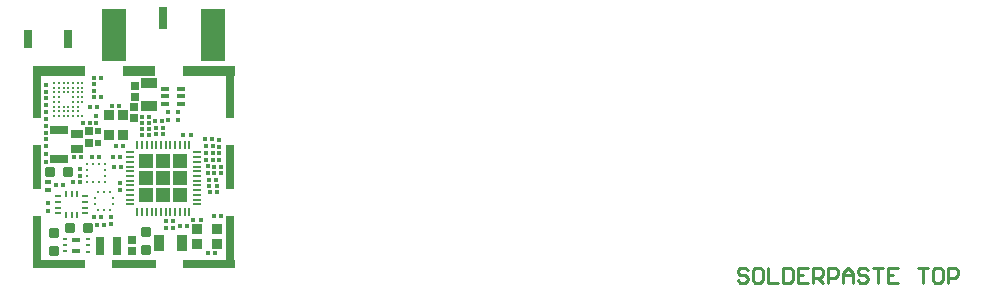
<source format=gtp>
G04*
G04 #@! TF.GenerationSoftware,Altium Limited,Altium Designer,19.0.10 (269)*
G04*
G04 Layer_Color=8421504*
%FSLAX24Y24*%
%MOIN*%
G70*
G01*
G75*
%ADD10R,0.0315X0.0118*%
%ADD11R,0.0197X0.0039*%
%ADD12R,0.0512X0.0512*%
%ADD13C,0.0100*%
%ADD14R,0.0591X0.0295*%
%ADD15R,0.0146X0.0067*%
%ADD16R,0.0146X0.0106*%
%ADD17R,0.0787X0.1772*%
%ADD18R,0.0315X0.0748*%
G04:AMPARAMS|DCode=19|XSize=11.8mil|YSize=11.8mil|CornerRadius=0.3mil|HoleSize=0mil|Usage=FLASHONLY|Rotation=0.000|XOffset=0mil|YOffset=0mil|HoleType=Round|Shape=RoundedRectangle|*
%AMROUNDEDRECTD19*
21,1,0.0118,0.0112,0,0,0.0*
21,1,0.0112,0.0118,0,0,0.0*
1,1,0.0006,0.0056,-0.0056*
1,1,0.0006,-0.0056,-0.0056*
1,1,0.0006,-0.0056,0.0056*
1,1,0.0006,0.0056,0.0056*
%
%ADD19ROUNDEDRECTD19*%
%ADD20R,0.0276X0.0079*%
%ADD21R,0.0079X0.0276*%
G04:AMPARAMS|DCode=22|XSize=39.4mil|YSize=23.6mil|CornerRadius=0.6mil|HoleSize=0mil|Usage=FLASHONLY|Rotation=0.000|XOffset=0mil|YOffset=0mil|HoleType=Round|Shape=RoundedRectangle|*
%AMROUNDEDRECTD22*
21,1,0.0394,0.0224,0,0,0.0*
21,1,0.0382,0.0236,0,0,0.0*
1,1,0.0012,0.0191,-0.0112*
1,1,0.0012,-0.0191,-0.0112*
1,1,0.0012,-0.0191,0.0112*
1,1,0.0012,0.0191,0.0112*
%
%ADD22ROUNDEDRECTD22*%
%ADD23R,0.0118X0.0118*%
%ADD24R,0.0315X0.0630*%
G04:AMPARAMS|DCode=25|XSize=25.2mil|YSize=24mil|CornerRadius=0.6mil|HoleSize=0mil|Usage=FLASHONLY|Rotation=180.000|XOffset=0mil|YOffset=0mil|HoleType=Round|Shape=RoundedRectangle|*
%AMROUNDEDRECTD25*
21,1,0.0252,0.0228,0,0,180.0*
21,1,0.0240,0.0240,0,0,180.0*
1,1,0.0012,-0.0120,0.0114*
1,1,0.0012,0.0120,0.0114*
1,1,0.0012,0.0120,-0.0114*
1,1,0.0012,-0.0120,-0.0114*
%
%ADD25ROUNDEDRECTD25*%
%ADD26R,0.0195X0.0106*%
%ADD27R,0.0106X0.0195*%
%ADD28R,0.0116X0.0106*%
%ADD29R,0.0106X0.0116*%
%ADD30R,0.0236X0.0138*%
G04:AMPARAMS|DCode=31|XSize=35.4mil|YSize=51.2mil|CornerRadius=0.9mil|HoleSize=0mil|Usage=FLASHONLY|Rotation=270.000|XOffset=0mil|YOffset=0mil|HoleType=Round|Shape=RoundedRectangle|*
%AMROUNDEDRECTD31*
21,1,0.0354,0.0494,0,0,270.0*
21,1,0.0337,0.0512,0,0,270.0*
1,1,0.0018,-0.0247,-0.0168*
1,1,0.0018,-0.0247,0.0168*
1,1,0.0018,0.0247,0.0168*
1,1,0.0018,0.0247,-0.0168*
%
%ADD31ROUNDEDRECTD31*%
G04:AMPARAMS|DCode=32|XSize=31.5mil|YSize=31.5mil|CornerRadius=0.8mil|HoleSize=0mil|Usage=FLASHONLY|Rotation=0.000|XOffset=0mil|YOffset=0mil|HoleType=Round|Shape=RoundedRectangle|*
%AMROUNDEDRECTD32*
21,1,0.0315,0.0299,0,0,0.0*
21,1,0.0299,0.0315,0,0,0.0*
1,1,0.0016,0.0150,-0.0150*
1,1,0.0016,-0.0150,-0.0150*
1,1,0.0016,-0.0150,0.0150*
1,1,0.0016,0.0150,0.0150*
%
%ADD32ROUNDEDRECTD32*%
G04:AMPARAMS|DCode=33|XSize=19.7mil|YSize=19.7mil|CornerRadius=0.5mil|HoleSize=0mil|Usage=FLASHONLY|Rotation=90.000|XOffset=0mil|YOffset=0mil|HoleType=Round|Shape=RoundedRectangle|*
%AMROUNDEDRECTD33*
21,1,0.0197,0.0187,0,0,90.0*
21,1,0.0187,0.0197,0,0,90.0*
1,1,0.0010,0.0094,0.0094*
1,1,0.0010,0.0094,-0.0094*
1,1,0.0010,-0.0094,-0.0094*
1,1,0.0010,-0.0094,0.0094*
%
%ADD33ROUNDEDRECTD33*%
G04:AMPARAMS|DCode=34|XSize=11.8mil|YSize=11.8mil|CornerRadius=0.3mil|HoleSize=0mil|Usage=FLASHONLY|Rotation=90.000|XOffset=0mil|YOffset=0mil|HoleType=Round|Shape=RoundedRectangle|*
%AMROUNDEDRECTD34*
21,1,0.0118,0.0112,0,0,90.0*
21,1,0.0112,0.0118,0,0,90.0*
1,1,0.0006,0.0056,0.0056*
1,1,0.0006,0.0056,-0.0056*
1,1,0.0006,-0.0056,-0.0056*
1,1,0.0006,-0.0056,0.0056*
%
%ADD34ROUNDEDRECTD34*%
%ADD35R,0.0315X0.1496*%
%ADD36R,0.1102X0.0354*%
%ADD37R,0.1496X0.0315*%
%ADD38R,0.1772X0.0315*%
%ADD39R,0.0315X0.1772*%
%ADD40R,0.1772X0.0354*%
%ADD41C,0.0118*%
G04:AMPARAMS|DCode=42|XSize=35.4mil|YSize=31.5mil|CornerRadius=0.2mil|HoleSize=0mil|Usage=FLASHONLY|Rotation=0.000|XOffset=0mil|YOffset=0mil|HoleType=Round|Shape=RoundedRectangle|*
%AMROUNDEDRECTD42*
21,1,0.0354,0.0312,0,0,0.0*
21,1,0.0351,0.0315,0,0,0.0*
1,1,0.0003,0.0176,-0.0156*
1,1,0.0003,-0.0176,-0.0156*
1,1,0.0003,-0.0176,0.0156*
1,1,0.0003,0.0176,0.0156*
%
%ADD42ROUNDEDRECTD42*%
G04:AMPARAMS|DCode=43|XSize=35.4mil|YSize=31.5mil|CornerRadius=0.2mil|HoleSize=0mil|Usage=FLASHONLY|Rotation=90.000|XOffset=0mil|YOffset=0mil|HoleType=Round|Shape=RoundedRectangle|*
%AMROUNDEDRECTD43*
21,1,0.0354,0.0312,0,0,90.0*
21,1,0.0351,0.0315,0,0,90.0*
1,1,0.0003,0.0156,0.0176*
1,1,0.0003,0.0156,-0.0176*
1,1,0.0003,-0.0156,-0.0176*
1,1,0.0003,-0.0156,0.0176*
%
%ADD43ROUNDEDRECTD43*%
G04:AMPARAMS|DCode=44|XSize=35.4mil|YSize=51.2mil|CornerRadius=0.9mil|HoleSize=0mil|Usage=FLASHONLY|Rotation=0.000|XOffset=0mil|YOffset=0mil|HoleType=Round|Shape=RoundedRectangle|*
%AMROUNDEDRECTD44*
21,1,0.0354,0.0494,0,0,0.0*
21,1,0.0337,0.0512,0,0,0.0*
1,1,0.0018,0.0168,-0.0247*
1,1,0.0018,-0.0168,-0.0247*
1,1,0.0018,-0.0168,0.0247*
1,1,0.0018,0.0168,0.0247*
%
%ADD44ROUNDEDRECTD44*%
G04:AMPARAMS|DCode=45|XSize=31.5mil|YSize=31.5mil|CornerRadius=0.8mil|HoleSize=0mil|Usage=FLASHONLY|Rotation=90.000|XOffset=0mil|YOffset=0mil|HoleType=Round|Shape=RoundedRectangle|*
%AMROUNDEDRECTD45*
21,1,0.0315,0.0299,0,0,90.0*
21,1,0.0299,0.0315,0,0,90.0*
1,1,0.0016,0.0150,0.0150*
1,1,0.0016,0.0150,-0.0150*
1,1,0.0016,-0.0150,-0.0150*
1,1,0.0016,-0.0150,0.0150*
%
%ADD45ROUNDEDRECTD45*%
D10*
X1850Y768D02*
D03*
Y1122D02*
D03*
X4801Y5915D02*
D03*
Y5659D02*
D03*
Y6171D02*
D03*
X5337Y5659D02*
D03*
Y6171D02*
D03*
Y5915D02*
D03*
D11*
X1850Y689D02*
D03*
Y1201D02*
D03*
D12*
X4754Y3179D02*
D03*
X5325Y2608D02*
D03*
Y3750D02*
D03*
X4183Y3750D02*
D03*
X4183Y2608D02*
D03*
Y3179D02*
D03*
X5325D02*
D03*
X4754Y2608D02*
D03*
Y3750D02*
D03*
D13*
X24231Y121D02*
X24148Y205D01*
X23981D01*
X23898Y121D01*
Y38D01*
X23981Y-45D01*
X24148D01*
X24231Y-129D01*
Y-212D01*
X24148Y-295D01*
X23981D01*
X23898Y-212D01*
X24647Y205D02*
X24481D01*
X24397Y121D01*
Y-212D01*
X24481Y-295D01*
X24647D01*
X24731Y-212D01*
Y121D01*
X24647Y205D01*
X24897D02*
Y-295D01*
X25231D01*
X25397Y205D02*
Y-295D01*
X25647D01*
X25730Y-212D01*
Y121D01*
X25647Y205D01*
X25397D01*
X26230D02*
X25897D01*
Y-295D01*
X26230D01*
X25897Y-45D02*
X26064D01*
X26397Y-295D02*
Y205D01*
X26647D01*
X26730Y121D01*
Y-45D01*
X26647Y-129D01*
X26397D01*
X26563D02*
X26730Y-295D01*
X26897D02*
Y205D01*
X27147D01*
X27230Y121D01*
Y-45D01*
X27147Y-129D01*
X26897D01*
X27397Y-295D02*
Y38D01*
X27563Y205D01*
X27730Y38D01*
Y-295D01*
Y-45D01*
X27397D01*
X28230Y121D02*
X28146Y205D01*
X27980D01*
X27896Y121D01*
Y38D01*
X27980Y-45D01*
X28146D01*
X28230Y-129D01*
Y-212D01*
X28146Y-295D01*
X27980D01*
X27896Y-212D01*
X28396Y205D02*
X28729D01*
X28563D01*
Y-295D01*
X29229Y205D02*
X28896D01*
Y-295D01*
X29229D01*
X28896Y-45D02*
X29063D01*
X29896Y205D02*
X30229D01*
X30062D01*
Y-295D01*
X30645Y205D02*
X30479D01*
X30396Y121D01*
Y-212D01*
X30479Y-295D01*
X30645D01*
X30729Y-212D01*
Y121D01*
X30645Y205D01*
X30895Y-295D02*
Y205D01*
X31145D01*
X31229Y121D01*
Y-45D01*
X31145Y-129D01*
X30895D01*
D14*
X1289Y4793D02*
D03*
Y3829D02*
D03*
D15*
X1467Y1142D02*
D03*
Y945D02*
D03*
Y748D02*
D03*
X2234Y1142D02*
D03*
Y945D02*
D03*
D16*
Y728D02*
D03*
D17*
X3100Y7972D02*
D03*
X6407D02*
D03*
D18*
X4754Y8524D02*
D03*
D19*
X6157Y4478D02*
D03*
X6382D02*
D03*
X2362Y3898D02*
D03*
X2598D02*
D03*
X2677Y1890D02*
D03*
X2441D02*
D03*
X1992Y3878D02*
D03*
X1768D02*
D03*
X1392Y2972D02*
D03*
X1167D02*
D03*
X6230Y679D02*
D03*
X6467D02*
D03*
X5994Y1781D02*
D03*
X5758D02*
D03*
X6516Y3130D02*
D03*
X6280D02*
D03*
X6289Y2923D02*
D03*
X6526D02*
D03*
X6181Y3789D02*
D03*
X6417D02*
D03*
X6673Y3573D02*
D03*
X6437D02*
D03*
X3421Y4264D02*
D03*
X3185D02*
D03*
X3311Y3888D02*
D03*
X3075D02*
D03*
X3102Y3573D02*
D03*
X3339D02*
D03*
X5423Y4626D02*
D03*
X5659D02*
D03*
X4291Y4616D02*
D03*
X4055D02*
D03*
X4480Y5079D02*
D03*
X4717D02*
D03*
X4736Y4870D02*
D03*
X4500D02*
D03*
Y4661D02*
D03*
X4736D02*
D03*
X4281Y4823D02*
D03*
X4045D02*
D03*
X4055Y5030D02*
D03*
X4291D02*
D03*
Y5236D02*
D03*
X4055D02*
D03*
X6663Y1929D02*
D03*
X6427D02*
D03*
X1752Y3051D02*
D03*
X1988D02*
D03*
X3278Y5600D02*
D03*
X3041D02*
D03*
X2303Y5561D02*
D03*
X2539D02*
D03*
X2313Y5020D02*
D03*
X2077D02*
D03*
X2447Y5880D02*
D03*
X2683D02*
D03*
Y6530D02*
D03*
X2447D02*
D03*
X6325Y2717D02*
D03*
X6549D02*
D03*
X6443Y3346D02*
D03*
X6667D02*
D03*
X5315Y1594D02*
D03*
X5551D02*
D03*
X2776Y1614D02*
D03*
X2539D02*
D03*
D20*
X5876Y2313D02*
D03*
Y2628D02*
D03*
Y2943D02*
D03*
Y3258D02*
D03*
Y3573D02*
D03*
Y3888D02*
D03*
Y4045D02*
D03*
Y3730D02*
D03*
Y3415D02*
D03*
Y3100D02*
D03*
Y2785D02*
D03*
Y2470D02*
D03*
X3632Y3888D02*
D03*
Y3573D02*
D03*
Y3258D02*
D03*
Y2943D02*
D03*
Y2628D02*
D03*
Y2313D02*
D03*
Y2470D02*
D03*
Y2785D02*
D03*
Y3100D02*
D03*
Y3415D02*
D03*
Y3730D02*
D03*
Y4045D02*
D03*
D21*
X5463Y4301D02*
D03*
X5148D02*
D03*
X4833D02*
D03*
X4518D02*
D03*
X4203D02*
D03*
X3888D02*
D03*
X4045D02*
D03*
X4360D02*
D03*
X4675D02*
D03*
X4990D02*
D03*
X5305D02*
D03*
X5620D02*
D03*
X4045Y2057D02*
D03*
X4360D02*
D03*
X4675D02*
D03*
X4990D02*
D03*
X5305D02*
D03*
X5620D02*
D03*
X5463D02*
D03*
X5148D02*
D03*
X4833D02*
D03*
X4518D02*
D03*
X4203D02*
D03*
X3888Y2057D02*
D03*
D22*
X1870Y4665D02*
D03*
Y4173D02*
D03*
D23*
X2447Y6323D02*
D03*
Y6087D02*
D03*
D24*
X3199Y935D02*
D03*
X2648D02*
D03*
X246Y7825D02*
D03*
X1585D02*
D03*
D25*
X2283Y4370D02*
D03*
Y4744D02*
D03*
X3799Y5886D02*
D03*
Y6260D02*
D03*
X3789Y5187D02*
D03*
Y5561D02*
D03*
X3701Y1132D02*
D03*
Y758D02*
D03*
D26*
X1235Y2598D02*
D03*
Y2402D02*
D03*
Y2205D02*
D03*
Y2008D02*
D03*
X2151Y2598D02*
D03*
Y2402D02*
D03*
Y2205D02*
D03*
Y2008D02*
D03*
D27*
X1693Y1944D02*
D03*
X1890D02*
D03*
X1496D02*
D03*
X1890Y2662D02*
D03*
X1496D02*
D03*
X1693D02*
D03*
D28*
X2820Y3071D02*
D03*
X2820Y3268D02*
D03*
Y3465D02*
D03*
Y3661D02*
D03*
X2219D02*
D03*
Y3465D02*
D03*
Y3268D02*
D03*
Y3071D02*
D03*
X3076Y2323D02*
D03*
Y2520D02*
D03*
X2475D02*
D03*
Y2323D02*
D03*
D29*
X2618Y3666D02*
D03*
X2421D02*
D03*
Y3066D02*
D03*
X2618D02*
D03*
X2972Y2721D02*
D03*
X2776D02*
D03*
X2579D02*
D03*
Y2121D02*
D03*
X2776D02*
D03*
X2972D02*
D03*
D30*
X906Y3041D02*
D03*
Y2785D02*
D03*
D31*
X4260Y5594D02*
D03*
Y6343D02*
D03*
D32*
X2230Y1532D02*
D03*
X1640D02*
D03*
X1565Y3386D02*
D03*
X974D02*
D03*
D33*
X2589Y4370D02*
D03*
Y4764D02*
D03*
D34*
X2992Y1890D02*
D03*
Y1654D02*
D03*
X925Y2343D02*
D03*
Y2106D02*
D03*
X5059Y1516D02*
D03*
Y1752D02*
D03*
X4852D02*
D03*
Y1516D02*
D03*
X3317Y2776D02*
D03*
Y3012D02*
D03*
X6398Y4272D02*
D03*
Y4035D02*
D03*
X6624Y4459D02*
D03*
Y4222D02*
D03*
X6171Y4035D02*
D03*
Y4272D02*
D03*
X5238Y5140D02*
D03*
Y5376D02*
D03*
X4900D02*
D03*
Y5140D02*
D03*
X1969Y3268D02*
D03*
Y3504D02*
D03*
X837Y4931D02*
D03*
Y4695D02*
D03*
Y5846D02*
D03*
Y5610D02*
D03*
X2520Y5256D02*
D03*
Y5020D02*
D03*
X837Y6299D02*
D03*
Y6063D02*
D03*
Y5394D02*
D03*
Y5157D02*
D03*
X6624Y3780D02*
D03*
Y4016D02*
D03*
X6230Y3583D02*
D03*
Y3346D02*
D03*
X837Y3740D02*
D03*
Y3976D02*
D03*
Y4478D02*
D03*
Y4242D02*
D03*
D35*
X6988Y3563D02*
D03*
X531D02*
D03*
D36*
X3937Y6772D02*
D03*
D37*
X3760Y335D02*
D03*
D38*
X6260D02*
D03*
X1260D02*
D03*
D39*
X6988Y1063D02*
D03*
Y6063D02*
D03*
X531D02*
D03*
Y1063D02*
D03*
D40*
X6260Y6772D02*
D03*
X1260D02*
D03*
D41*
X1112Y6358D02*
D03*
X1270D02*
D03*
X1427D02*
D03*
X1585D02*
D03*
X1742D02*
D03*
X1900D02*
D03*
X2057D02*
D03*
X1112Y6201D02*
D03*
X1270D02*
D03*
X1427D02*
D03*
X1585D02*
D03*
X1742D02*
D03*
X1900D02*
D03*
X2057D02*
D03*
X1112Y6043D02*
D03*
X1270D02*
D03*
X1427D02*
D03*
X1585D02*
D03*
X1742D02*
D03*
X1900D02*
D03*
X2057D02*
D03*
X1112Y5886D02*
D03*
X1270D02*
D03*
X1742D02*
D03*
X1900D02*
D03*
X2057D02*
D03*
X1112Y5728D02*
D03*
X1270D02*
D03*
X1742D02*
D03*
X1900D02*
D03*
X2057D02*
D03*
X1112Y5571D02*
D03*
X1270D02*
D03*
X1427D02*
D03*
X1585D02*
D03*
X1742D02*
D03*
X1900D02*
D03*
X1112Y5413D02*
D03*
X1270D02*
D03*
X1427D02*
D03*
X1585D02*
D03*
X1742D02*
D03*
X1900D02*
D03*
X1112Y5256D02*
D03*
X1270D02*
D03*
X1427D02*
D03*
X1585D02*
D03*
X1742D02*
D03*
X1900D02*
D03*
X2057D02*
D03*
D42*
X5886Y984D02*
D03*
X6535D02*
D03*
Y1476D02*
D03*
X5886D02*
D03*
D43*
X2933Y4626D02*
D03*
Y5276D02*
D03*
X3425D02*
D03*
Y4626D02*
D03*
D44*
X4616Y1024D02*
D03*
X5364D02*
D03*
D45*
X4163Y787D02*
D03*
Y1378D02*
D03*
X1122Y1358D02*
D03*
Y768D02*
D03*
M02*

</source>
